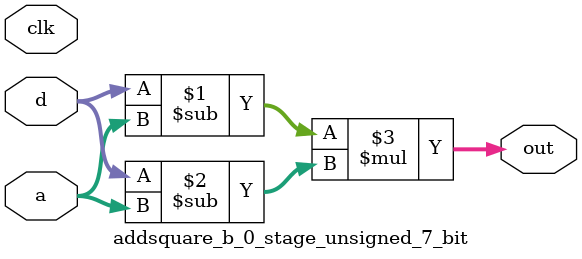
<source format=sv>
(* use_dsp = "yes" *) module addsquare_b_0_stage_unsigned_7_bit(
	input  [6:0] a,
	input  [6:0] d,
	output [6:0] out,
	input clk);

	assign out = (d - a) * (d - a);
endmodule

</source>
